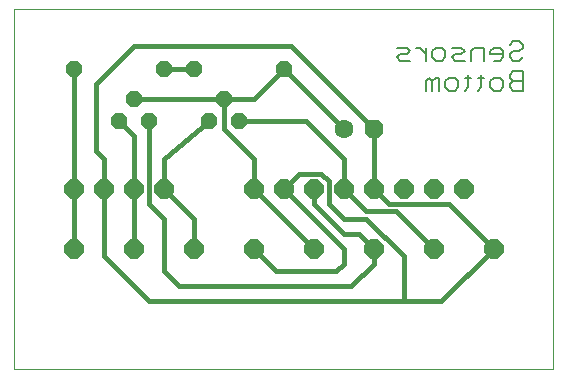
<source format=gbr>
G75*
%MOIN*%
%OFA0B0*%
%FSLAX25Y25*%
%IPPOS*%
%LPD*%
%AMOC8*
5,1,8,0,0,1.08239X$1,22.5*
%
%ADD10C,0.00000*%
%ADD11C,0.00600*%
%ADD12OC8,0.06300*%
%ADD13C,0.06300*%
%ADD14OC8,0.06362*%
%ADD15OC8,0.05562*%
%ADD16C,0.01600*%
D10*
X0001000Y0001000D02*
X0001000Y0120951D01*
X0180921Y0120951D01*
X0180921Y0001000D01*
X0001000Y0001000D01*
D11*
X0138499Y0093800D02*
X0138499Y0097003D01*
X0139567Y0098070D01*
X0140634Y0097003D01*
X0140634Y0093800D01*
X0142770Y0093800D02*
X0142770Y0098070D01*
X0141702Y0098070D01*
X0140634Y0097003D01*
X0144945Y0097003D02*
X0144945Y0094868D01*
X0146012Y0093800D01*
X0148147Y0093800D01*
X0149215Y0094868D01*
X0149215Y0097003D01*
X0148147Y0098070D01*
X0146012Y0098070D01*
X0144945Y0097003D01*
X0151377Y0098070D02*
X0153512Y0098070D01*
X0152444Y0099138D02*
X0152444Y0094868D01*
X0151377Y0093800D01*
X0155674Y0093800D02*
X0156741Y0094868D01*
X0156741Y0099138D01*
X0155674Y0098070D02*
X0157809Y0098070D01*
X0159984Y0097003D02*
X0161052Y0098070D01*
X0163187Y0098070D01*
X0164255Y0097003D01*
X0164255Y0094868D01*
X0163187Y0093800D01*
X0161052Y0093800D01*
X0159984Y0094868D01*
X0159984Y0097003D01*
X0166430Y0098070D02*
X0167497Y0097003D01*
X0170700Y0097003D01*
X0167497Y0097003D02*
X0166430Y0095935D01*
X0166430Y0094868D01*
X0167497Y0093800D01*
X0170700Y0093800D01*
X0170700Y0100205D01*
X0167497Y0100205D01*
X0166430Y0099138D01*
X0166430Y0098070D01*
X0167497Y0103800D02*
X0166430Y0104868D01*
X0166430Y0105935D01*
X0167497Y0107003D01*
X0169632Y0107003D01*
X0170700Y0108070D01*
X0170700Y0109138D01*
X0169632Y0110205D01*
X0167497Y0110205D01*
X0166430Y0109138D01*
X0164255Y0107003D02*
X0163187Y0108070D01*
X0161052Y0108070D01*
X0159984Y0107003D01*
X0159984Y0105935D01*
X0164255Y0105935D01*
X0164255Y0104868D02*
X0163187Y0103800D01*
X0161052Y0103800D01*
X0157809Y0103800D02*
X0157809Y0108070D01*
X0154606Y0108070D01*
X0153539Y0107003D01*
X0153539Y0103800D01*
X0151364Y0103800D02*
X0148161Y0103800D01*
X0147093Y0104868D01*
X0148161Y0105935D01*
X0150296Y0105935D01*
X0151364Y0107003D01*
X0150296Y0108070D01*
X0147093Y0108070D01*
X0144918Y0107003D02*
X0144918Y0104868D01*
X0143850Y0103800D01*
X0141715Y0103800D01*
X0140648Y0104868D01*
X0140648Y0107003D01*
X0141715Y0108070D01*
X0143850Y0108070D01*
X0144918Y0107003D01*
X0138473Y0108070D02*
X0138473Y0103800D01*
X0138473Y0105935D02*
X0136337Y0108070D01*
X0135270Y0108070D01*
X0133101Y0107003D02*
X0132034Y0108070D01*
X0128831Y0108070D01*
X0129899Y0105935D02*
X0132034Y0105935D01*
X0133101Y0107003D01*
X0133101Y0103800D02*
X0129899Y0103800D01*
X0128831Y0104868D01*
X0129899Y0105935D01*
X0164255Y0104868D02*
X0164255Y0107003D01*
X0167497Y0103800D02*
X0169632Y0103800D01*
X0170700Y0104868D01*
D12*
X0121000Y0081000D03*
D13*
X0111000Y0081000D03*
D14*
X0111000Y0061000D03*
X0121000Y0061000D03*
X0131000Y0061000D03*
X0141000Y0061000D03*
X0151000Y0061000D03*
X0141000Y0041000D03*
X0121000Y0041000D03*
X0101000Y0041000D03*
X0081000Y0041000D03*
X0061000Y0041000D03*
X0041000Y0041000D03*
X0021000Y0041000D03*
X0021000Y0061000D03*
X0031000Y0061000D03*
X0041000Y0061000D03*
X0051000Y0061000D03*
X0081000Y0061000D03*
X0091000Y0061000D03*
X0101000Y0061000D03*
X0161000Y0041000D03*
D15*
X0076000Y0083500D03*
X0066000Y0083500D03*
X0071000Y0091000D03*
X0061000Y0101000D03*
X0051000Y0101000D03*
X0041000Y0091000D03*
X0036000Y0083500D03*
X0046000Y0083500D03*
X0021000Y0101000D03*
X0091000Y0101000D03*
D16*
X0111000Y0081000D01*
X0121000Y0081000D02*
X0093500Y0108500D01*
X0041000Y0108500D01*
X0028500Y0096000D01*
X0028500Y0073500D01*
X0031000Y0071000D01*
X0031000Y0061000D01*
X0031000Y0038500D01*
X0046000Y0023500D01*
X0131000Y0023500D01*
X0131000Y0038500D01*
X0118500Y0051000D01*
X0111000Y0051000D01*
X0106000Y0056000D01*
X0106000Y0063500D01*
X0103500Y0066000D01*
X0096000Y0066000D01*
X0091000Y0061000D01*
X0111000Y0041000D01*
X0111000Y0036000D01*
X0108500Y0033500D01*
X0088500Y0033500D01*
X0081000Y0041000D01*
X0061000Y0041000D02*
X0061000Y0051000D01*
X0051000Y0061000D01*
X0051000Y0071000D01*
X0066000Y0083500D01*
X0071000Y0081000D02*
X0071000Y0091000D01*
X0081000Y0091000D01*
X0091000Y0101000D01*
X0071000Y0091000D02*
X0041000Y0091000D01*
X0036000Y0083500D02*
X0041000Y0078500D01*
X0041000Y0061000D01*
X0041000Y0041000D01*
X0051000Y0033500D02*
X0056000Y0028500D01*
X0113500Y0028500D01*
X0121000Y0036000D01*
X0121000Y0041000D01*
X0116000Y0046000D01*
X0111000Y0046000D01*
X0101000Y0056000D01*
X0101000Y0061000D01*
X0111000Y0061000D02*
X0118500Y0053500D01*
X0128500Y0053500D01*
X0141000Y0041000D01*
X0146000Y0056000D02*
X0161000Y0041000D01*
X0143500Y0023500D01*
X0131000Y0023500D01*
X0101000Y0041000D02*
X0081000Y0061000D01*
X0081000Y0071000D01*
X0071000Y0081000D01*
X0076000Y0083500D02*
X0098500Y0083500D01*
X0111000Y0071000D01*
X0111000Y0061000D01*
X0121000Y0061000D02*
X0121000Y0081000D01*
X0121000Y0061000D02*
X0126000Y0056000D01*
X0146000Y0056000D01*
X0061000Y0101000D02*
X0051000Y0101000D01*
X0046000Y0083500D02*
X0046000Y0056000D01*
X0051000Y0051000D01*
X0051000Y0033500D01*
X0021000Y0041000D02*
X0021000Y0061000D01*
X0021000Y0101000D01*
M02*

</source>
